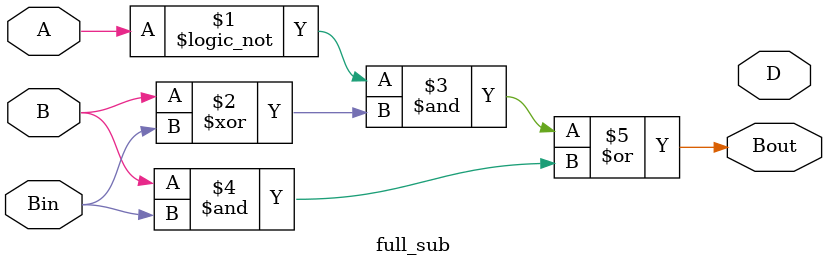
<source format=v>
`timescale 1ns / 1ps


module full_sub(input A,input B,input Bin,output D,output Bout);
//    xor(D,A,B,Bin); 
        
//    assign Bout=!A&(Bin|B)|(B&Bin);
//    assign Bout=(!A&Bin)|(!A&B)|(B&Bin);
    assign Bout=!A&(B^Bin)|(B&Bin);    
endmodule

</source>
